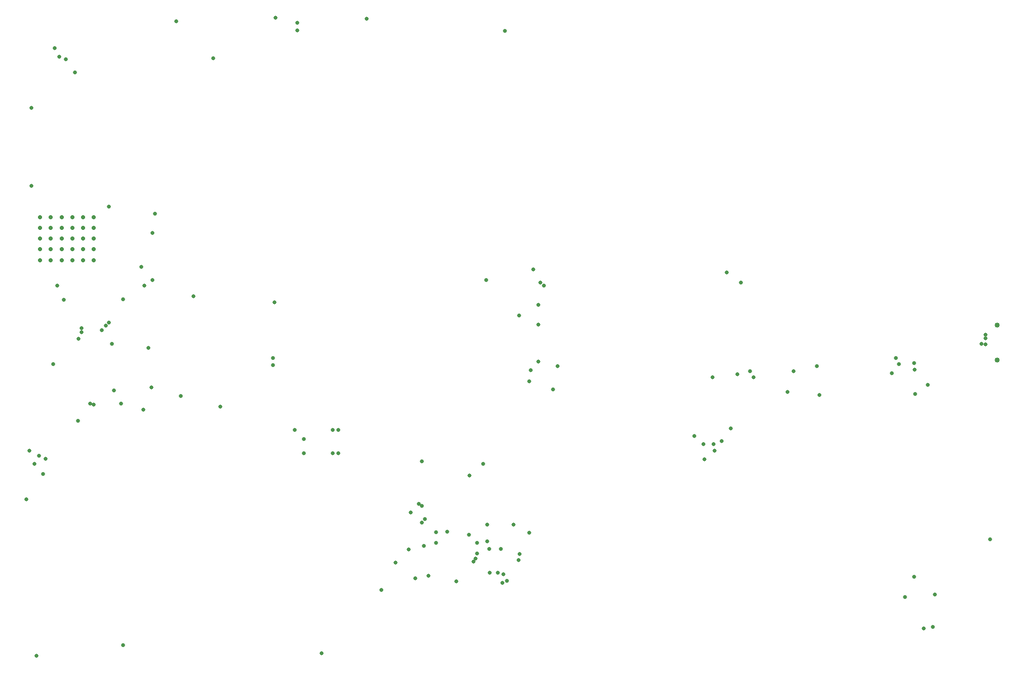
<source format=gbr>
G04 EAGLE Gerber RS-274X export*
G75*
%MOMM*%
%FSLAX34Y34*%
%LPD*%
%INSoldermask Bottom*%
%IPPOS*%
%AMOC8*
5,1,8,0,0,1.08239X$1,22.5*%
G01*
G04 Define Apertures*
%ADD10C,0.853200*%
%ADD11C,0.655600*%
%ADD12C,0.705600*%
D10*
X1654587Y517367D03*
X1654587Y575167D03*
D11*
X484058Y1067835D03*
X484058Y1080993D03*
X96950Y1020053D03*
X78253Y1038750D03*
X157198Y567158D03*
X83100Y641255D03*
X1517268Y460513D03*
X1538043Y475748D03*
X1515190Y511758D03*
X1240960Y498600D03*
X1220185Y493060D03*
X1313673Y498600D03*
X692500Y272845D03*
X692500Y245145D03*
X734743Y229910D03*
X801915Y241683D03*
X1162708Y376720D03*
X1164785Y351098D03*
X692500Y347635D03*
X1180020Y376720D03*
X355253Y439045D03*
X479903Y400265D03*
X648180Y178665D03*
X624635Y132960D03*
X834463Y147503D03*
X670340Y200133D03*
X1634300Y543613D03*
X1634300Y553308D03*
X1516575Y500678D03*
X1628068Y544305D03*
X1484720Y520068D03*
X1634300Y559540D03*
X1490260Y510373D03*
X1225725Y646103D03*
X890555Y646103D03*
X240298Y470900D03*
X1478488Y495138D03*
X1202180Y663415D03*
X445970Y613555D03*
X289465Y457050D03*
X697348Y251378D03*
X772138Y324168D03*
X845543Y241683D03*
X771445Y225063D03*
X784603Y211213D03*
X801915Y213983D03*
X794990Y343480D03*
X853853Y182820D03*
X695963Y206365D03*
X828923Y158583D03*
X48475Y22160D03*
X76175Y510373D03*
X749978Y146810D03*
X524915Y27008D03*
X123265Y563695D03*
X192515Y40165D03*
X819228Y161353D03*
X831000Y1067143D03*
X137808Y443893D03*
X681420Y151658D03*
X226448Y434198D03*
X63710Y351790D03*
X806070Y161353D03*
X443200Y520760D03*
X39473Y808148D03*
X173818Y544305D03*
X45013Y343480D03*
X144040Y442508D03*
X117725Y415500D03*
X703580Y156505D03*
X443200Y508295D03*
X189053Y443893D03*
X58863Y326168D03*
X782525Y184898D03*
X871858Y227833D03*
X784603Y193208D03*
X804685Y201518D03*
X1182098Y365640D03*
X1193870Y381568D03*
X1303285Y463283D03*
X1209105Y403035D03*
X168970Y579623D03*
X168970Y773523D03*
X235450Y537380D03*
X94180Y617710D03*
X39473Y938338D03*
X31163Y283925D03*
X1178635Y488213D03*
X1247193Y488213D03*
X241683Y729895D03*
X599705Y1087918D03*
X118418Y552615D03*
X51938Y356638D03*
X123265Y569928D03*
X36010Y365640D03*
X241683Y650950D03*
X799838Y650950D03*
X228525Y641255D03*
X896788Y641255D03*
X1148165Y389878D03*
X1499955Y120495D03*
X1357300Y458435D03*
X1515190Y154428D03*
X1531118Y68558D03*
X192515Y618403D03*
X874628Y499985D03*
X912023Y468130D03*
X1352453Y506910D03*
X1641918Y217445D03*
X1546353Y70635D03*
X1549815Y125343D03*
X887093Y576160D03*
X887093Y514528D03*
X222985Y673110D03*
X918948Y506910D03*
X343480Y1021438D03*
X281848Y1083070D03*
X164123Y574775D03*
X871858Y481288D03*
X855238Y591395D03*
X177973Y466053D03*
X878783Y668263D03*
X310933Y623250D03*
X887093Y609400D03*
X246530Y761750D03*
X447355Y1089303D03*
X826845Y144040D03*
X673803Y262458D03*
X855930Y192515D03*
X686960Y276308D03*
X779063Y180050D03*
X824768Y201518D03*
X495138Y361485D03*
X495138Y385030D03*
X716045Y211213D03*
X716045Y229218D03*
X85870Y1024208D03*
X112185Y997893D03*
X552615Y361485D03*
X552615Y400265D03*
X543613Y361485D03*
X543613Y400265D03*
D12*
X144000Y756000D03*
X126000Y756000D03*
X108000Y756000D03*
X90000Y756000D03*
X72000Y756000D03*
X54000Y756000D03*
X144000Y738000D03*
X126000Y738000D03*
X108000Y738000D03*
X90000Y738000D03*
X72000Y738000D03*
X54000Y738000D03*
X144000Y720000D03*
X126000Y720000D03*
X108000Y720000D03*
X90000Y720000D03*
X72000Y720000D03*
X54000Y720000D03*
X144000Y702000D03*
X126000Y702000D03*
X108000Y702000D03*
X90000Y702000D03*
X54000Y684000D03*
X72000Y684000D03*
X90000Y684000D03*
X108000Y684000D03*
X126000Y684000D03*
X144000Y684000D03*
X54000Y702000D03*
X72000Y702000D03*
M02*

</source>
